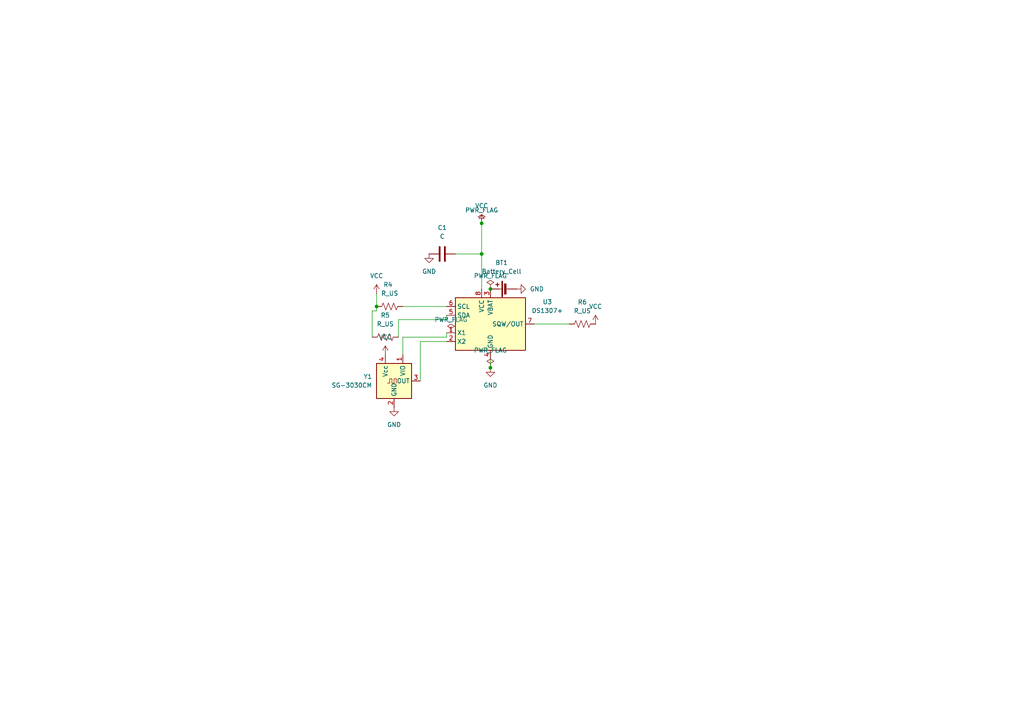
<source format=kicad_sch>
(kicad_sch (version 20250114) (generator "eeschema") (generator_version "9.0")
  (paper "A4")
  (lib_symbols
    (symbol "Device:Battery_Cell" (pin_numbers (hide yes)) (pin_names (offset 0) (hide yes))
      (property "Reference" "BT" (at 2.54 2.54 0))
      (property "Value" "Battery_Cell" (at 2.54 0 0))
      (symbol "Battery_Cell_0_1"
        (rectangle (start -2.286 1.778) (end 2.286 1.524) (fill (type outline)))
        (rectangle (start -1.524 1.016) (end 1.524 0.508) (fill (type outline)))
        (polyline (pts (xy 0 1.778) (xy 0 2.54)))
        (polyline (pts (xy 0 0.762) (xy 0 0)))
        (polyline (pts (xy 0.762 3.048) (xy 1.778 3.048)) (stroke (width 0.254)))
        (polyline (pts (xy 1.27 3.556) (xy 1.27 2.54)) (stroke (width 0.254)))
      )
      (symbol "Battery_Cell_1_1"
        (pin passive line (at 0 5.08 270) (length 2.54) (name "+") (number "1"))
        (pin passive line (at 0 -2.54 90) (length 2.54) (name "-") (number "2"))
      )
    )
    (symbol "Device:C" (pin_numbers (hide yes)) (pin_names (offset 0.254))
      (property "Reference" "C" (at 0.635 2.54 0))
      (property "Value" "C" (at 0.635 -2.54 0))
      (symbol "C_0_1"
        (polyline (pts (xy -2.032 0.762) (xy 2.032 0.762)) (stroke (width 0.508)))
        (polyline (pts (xy -2.032 -0.762) (xy 2.032 -0.762)) (stroke (width 0.508)))
      )
      (symbol "C_1_1"
        (pin passive line (at 0 3.81 270) (length 2.794) (name "~") (number "1"))
        (pin passive line (at 0 -3.81 90) (length 2.794) (name "~") (number "2"))
      )
    )
    (symbol "Device:R_US" (pin_numbers (hide yes)) (pin_names (offset 0))
      (property "Reference" "R" (at 2.54 0 90))
      (property "Value" "R_US" (at -2.54 0 90))
      (symbol "R_US_0_1"
        (polyline (pts (xy 0 2.286) (xy 0 2.54)))
        (polyline (pts (xy 0 2.286) (xy 1.016 1.905) (xy 0 1.524) (xy -1.016 1.143) (xy 0 0.762)))
        (polyline (pts (xy 0 0.762) (xy 1.016 0.381) (xy 0 0) (xy -1.016 -0.381) (xy 0 -0.762)))
        (polyline (pts (xy 0 -0.762) (xy 1.016 -1.143) (xy 0 -1.524) (xy -1.016 -1.905) (xy 0 -2.286)))
        (polyline (pts (xy 0 -2.286) (xy 0 -2.54)))
      )
      (symbol "R_US_1_1"
        (pin passive line (at 0 3.81 270) (length 1.27) (name "~") (number "1"))
        (pin passive line (at 0 -3.81 90) (length 1.27) (name "~") (number "2"))
      )
    )
    (symbol "Oscillator:SG-3030CM"
      (property "Reference" "Y" (at -5.08 -6.35 0))
      (property "Value" "SG-3030CM" (at 1.27 -6.35 0))
      (symbol "SG-3030CM_0_1"
        (rectangle (start -5.08 5.08) (end 5.08 -5.08) (stroke (width 0.254)) (fill (type background)))
        (polyline (pts (xy -1.905 -0.635) (xy -1.27 -0.635) (xy -1.27 0.635) (xy -0.635 0.635) (xy -0.635 -0.635) (xy 0 -0.635) (xy 0 0.635) (xy 0.635 0.635) (xy 0.635 -0.635)))
      )
      (symbol "SG-3030CM_1_1"
        (pin power_in line (at -2.54 7.62 270) (length 2.54) (name "Vcc") (number "4"))
        (pin power_in line (at 0 -7.62 90) (length 2.54) (name "GND") (number "2"))
        (pin power_in line (at 2.54 7.62 270) (length 2.54) (name "VIO") (number "1"))
        (pin output line (at 7.62 0 180) (length 2.54) (name "OUT") (number "3"))
      )
    )
    (symbol "Timer_RTC:DS1307+"
      (property "Reference" "U" (at -8.89 8.89 0))
      (property "Value" "DS1307+" (at 1.27 8.89 0))
      (symbol "DS1307+_0_1"
        (rectangle (start -10.16 7.62) (end 10.16 -7.62) (stroke (width 0.254)) (fill (type background)))
      )
      (symbol "DS1307+_1_1"
        (pin input line (at -12.7 5.08 0) (length 2.54) (name "SCL") (number "6"))
        (pin bidirectional line (at -12.7 2.54 0) (length 2.54) (name "SDA") (number "5"))
        (pin input line (at -12.7 -2.54 0) (length 2.54) (name "X1") (number "1"))
        (pin input line (at -12.7 -5.08 0) (length 2.54) (name "X2") (number "2"))
        (pin power_in line (at -2.54 10.16 270) (length 2.54) (name "VCC") (number "8"))
        (pin power_in line (at 0 10.16 270) (length 2.54) (name "VBAT") (number "3"))
        (pin power_in line (at 0 -10.16 90) (length 2.54) (name "GND") (number "4"))
        (pin open_collector line (at 12.7 0 180) (length 2.54) (name "SQW/OUT") (number "7"))
      )
    )
    (symbol "power:GND" (power) (pin_numbers (hide yes)) (pin_names (offset 0) (hide yes))
      (property "Value" "GND" (at 0 -3.81 0))
      (symbol "GND_0_1"
        (polyline (pts (xy 0 0) (xy 0 -1.27) (xy 1.27 -1.27) (xy 0 -2.54) (xy -1.27 -1.27) (xy 0 -1.27)))
      )
      (symbol "GND_1_1"
        (pin power_in line (at 0 0 270) (length 0) (name "~") (number "1"))
      )
    )
    (symbol "power:PWR_FLAG" (power) (pin_numbers (hide yes)) (pin_names (offset 0) (hide yes))
      (property "Value" "PWR_FLAG" (at 0 3.81 0))
      (symbol "PWR_FLAG_0_0"
        (pin power_out line (at 0 0 90) (length 0) (name "~") (number "1"))
      )
      (symbol "PWR_FLAG_0_1"
        (polyline (pts (xy 0 0) (xy 0 1.27) (xy -1.016 1.905) (xy 0 2.54) (xy 1.016 1.905) (xy 0 1.27)))
      )
    )
    (symbol "power:VCC" (power) (pin_numbers (hide yes)) (pin_names (offset 0) (hide yes))
      (property "Value" "VCC" (at 0 3.556 0))
      (symbol "VCC_0_1"
        (polyline (pts (xy -0.762 1.27) (xy 0 2.54)))
        (polyline (pts (xy 0 2.54) (xy 0.762 1.27)))
        (polyline (pts (xy 0 0) (xy 0 2.54)))
      )
      (symbol "VCC_1_1"
        (pin power_in line (at 0 0 90) (length 0) (name "~") (number "1"))
      )
    )
  )
  (junction (at 109.22 88.9))
  (junction (at 142.24 83.82))
  (junction (at 142.24 106.68))
  (junction (at 139.7 64.77))
  (junction (at 139.7 73.66))
  (wire (pts (xy 139.7 73.66) (xy 139.7 83.82)))
  (wire (pts (xy 130.81 96.52) (xy 129.54 96.52)))
  (wire (pts (xy 142.24 106.68) (xy 142.24 104.14)))
  (wire (pts (xy 132.08 73.66) (xy 139.7 73.66)))
  (wire (pts (xy 139.7 64.77) (xy 139.7 73.66)))
  (wire (pts (xy 107.95 90.17) (xy 107.95 97.79)))
  (wire (pts (xy 121.92 110.49) (xy 121.92 99.06)))
  (wire (pts (xy 129.54 97.79) (xy 129.54 96.52)))
  (wire (pts (xy 116.84 88.9) (xy 129.54 88.9)))
  (wire (pts (xy 129.54 92.71) (xy 129.54 91.44)))
  (wire (pts (xy 109.22 90.17) (xy 107.95 90.17)))
  (wire (pts (xy 109.22 85.09) (xy 109.22 88.9)))
  (wire (pts (xy 116.84 97.79) (xy 129.54 97.79)))
  (wire (pts (xy 121.92 99.06) (xy 129.54 99.06)))
  (wire (pts (xy 165.1 93.98) (xy 154.94 93.98)))
  (wire (pts (xy 109.22 88.9) (xy 109.22 90.17)))
  (wire (pts (xy 116.84 97.79) (xy 116.84 102.87)))
  (wire (pts (xy 115.57 92.71) (xy 115.57 97.79)))
  (wire (pts (xy 115.57 92.71) (xy 129.54 92.71)))
  (symbol (lib_id "power:GND") (at 149.86 83.82 90) (unit 1)
    (property "Reference" "#PWR08" (effects (hide yes)))
    (property "Value" "GND" (at 153.67 83.8199 90) (effects (justify right)))
    (property "Description" "Power symbol creates a global label with name \"GND\" , ground" (effects (hide yes)))
  )
  (symbol (lib_id "Device:R_US") (at 111.76 97.79 90) (unit 1)
    (property "Reference" "R5" (at 111.76 91.44 90))
    (property "Value" "R_US" (at 111.76 93.98 90))
    (property "Footprint" "OptoDevice:R_LDR_5.1x4.3mm_P3.4mm_Vertical" (effects (hide yes)))
    (property "Description" "Resistor, US symbol" (effects (hide yes)))
  )
  (symbol (lib_id "power:PWR_FLAG") (at 130.81 96.52 0) (unit 1)
    (property "Reference" "#FLG05" (effects (hide yes)))
    (property "Value" "PWR_FLAG" (at 130.81 92.71 0))
    (property "Description" "Special symbol for telling ERC where power comes from" (effects (hide yes)))
  )
  (symbol (lib_id "Oscillator:SG-3030CM") (at 114.3 110.49 0) (unit 1)
    (property "Reference" "Y1" (at 107.95 109.2199 0) (effects (justify right)))
    (property "Value" "SG-3030CM" (at 107.95 111.7599 0) (effects (justify right)))
    (property "Footprint" "Oscillator:Oscillator_SMD_SeikoEpson_SG3030CM" (effects (hide yes)))
    (property "Datasheet" "https://support.epson.biz/td/api/doc_check.php?mode=dl&lang=en&Parts=SG-3030CM" (effects (hide yes)))
    (property "Description" "32.768kHz Crystal Oscillator (SPXO)" (effects (hide yes)))
  )
  (symbol (lib_id "power:PWR_FLAG") (at 139.7 64.77 0) (unit 1)
    (property "Reference" "#FLG04" (effects (hide yes)))
    (property "Value" "PWR_FLAG" (at 139.7 60.96 0))
    (property "Description" "Special symbol for telling ERC where power comes from" (effects (hide yes)))
  )
  (symbol (lib_id "power:VCC") (at 172.72 93.98 0) (unit 1)
    (property "Reference" "#PWR06" (effects (hide yes)))
    (property "Value" "VCC" (at 172.72 88.9 0))
    (property "Description" "Power symbol creates a global label with name \"VCC\"" (effects (hide yes)))
  )
  (symbol (lib_id "Device:C") (at 128.27 73.66 90) (unit 1)
    (property "Reference" "C1" (at 128.27 66.04 90))
    (property "Value" "C" (at 128.27 68.58 90))
    (property "Footprint" "Capacitor_SMD:C_0402_1005Metric" (effects (hide yes)))
    (property "Description" "Unpolarized capacitor" (effects (hide yes)))
  )
  (symbol (lib_id "Device:R_US") (at 113.03 88.9 90) (unit 1)
    (property "Reference" "R4" (at 112.522 82.55 90))
    (property "Value" "R_US" (at 113.03 85.09 90))
    (property "Footprint" "OptoDevice:R_LDR_4.9x4.2mm_P2.54mm_Vertical" (effects (hide yes)))
    (property "Description" "Resistor, US symbol" (effects (hide yes)))
  )
  (symbol (lib_id "Timer_RTC:DS1307+") (at 142.24 93.98 0) (unit 1)
    (property "Reference" "U3" (at 158.75 87.5598 0))
    (property "Value" "DS1307+" (at 158.75 90.0998 0))
    (property "Footprint" "Package_DIP:DIP-8_W7.62mm" (effects (hide yes)))
    (property "Datasheet" "https://datasheets.maximintegrated.com/en/ds/DS1307.pdf" (effects (hide yes)))
    (property "Description" "64 x 8, Serial, I2C Real-time clock, 4.5V to 5.5V VCC, 0°C to +70°C, DIP-8" (effects (hide yes)))
  )
  (symbol (lib_id "Device:Battery_Cell") (at 147.32 83.82 90) (unit 1)
    (property "Reference" "BT1" (at 145.4785 76.2 90))
    (property "Value" "Battery_Cell" (at 145.4785 78.74 90))
    (property "Footprint" "Battery:BatteryHolder_Bulgin_BX0036_1xC" (effects (hide yes)))
    (property "Description" "Single-cell battery" (effects (hide yes)))
  )
  (symbol (lib_id "power:VCC") (at 109.22 85.09 0) (unit 1)
    (property "Reference" "#PWR05" (effects (hide yes)))
    (property "Value" "VCC" (at 109.22 80.01 0))
    (property "Description" "Power symbol creates a global label with name \"VCC\"" (effects (hide yes)))
  )
  (symbol (lib_id "power:GND") (at 114.3 118.11 0) (unit 1)
    (property "Reference" "#PWR03" (effects (hide yes)))
    (property "Value" "GND" (at 114.3 123.19 0))
    (property "Description" "Power symbol creates a global label with name \"GND\" , ground" (effects (hide yes)))
  )
  (symbol (lib_id "power:GND") (at 142.24 106.68 0) (unit 1)
    (property "Reference" "#PWR02" (effects (hide yes)))
    (property "Value" "GND" (at 142.24 111.76 0))
    (property "Description" "Power symbol creates a global label with name \"GND\" , ground" (effects (hide yes)))
  )
  (symbol (lib_id "power:PWR_FLAG") (at 142.24 106.68 0) (unit 1)
    (property "Reference" "#FLG01" (effects (hide yes)))
    (property "Value" "PWR_FLAG" (at 142.24 101.6 0))
    (property "Description" "Special symbol for telling ERC where power comes from" (effects (hide yes)))
  )
  (symbol (lib_id "power:GND") (at 124.46 73.66 0) (unit 1)
    (property "Reference" "#PWR04" (effects (hide yes)))
    (property "Value" "GND" (at 124.46 78.74 0))
    (property "Description" "Power symbol creates a global label with name \"GND\" , ground" (effects (hide yes)))
  )
  (symbol (lib_id "power:VCC") (at 139.7 64.77 0) (unit 1)
    (property "Reference" "#PWR01" (effects (hide yes)))
    (property "Value" "VCC" (at 139.7 59.69 0))
    (property "Description" "Power symbol creates a global label with name \"VCC\"" (effects (hide yes)))
  )
  (symbol (lib_id "power:PWR_FLAG") (at 142.24 83.82 0) (unit 1)
    (property "Reference" "#FLG03" (effects (hide yes)))
    (property "Value" "PWR_FLAG" (at 142.24 80.01 0))
    (property "Description" "Special symbol for telling ERC where power comes from" (effects (hide yes)))
  )
  (symbol (lib_id "Device:R_US") (at 168.91 93.98 90) (unit 1)
    (property "Reference" "R6" (at 168.91 87.63 90))
    (property "Value" "R_US" (at 168.91 90.17 90))
    (property "Footprint" "OptoDevice:R_LDR_5.2x5.2mm_P3.5mm_Horizontal" (effects (hide yes)))
    (property "Description" "Resistor, US symbol" (effects (hide yes)))
  )
  (symbol (lib_id "power:VCC") (at 111.76 102.87 0) (unit 1)
    (property "Reference" "#PWR07" (effects (hide yes)))
    (property "Value" "VCC" (at 111.76 97.79 0))
    (property "Description" "Power symbol creates a global label with name \"VCC\"" (effects (hide yes)))
  )
)
</source>
